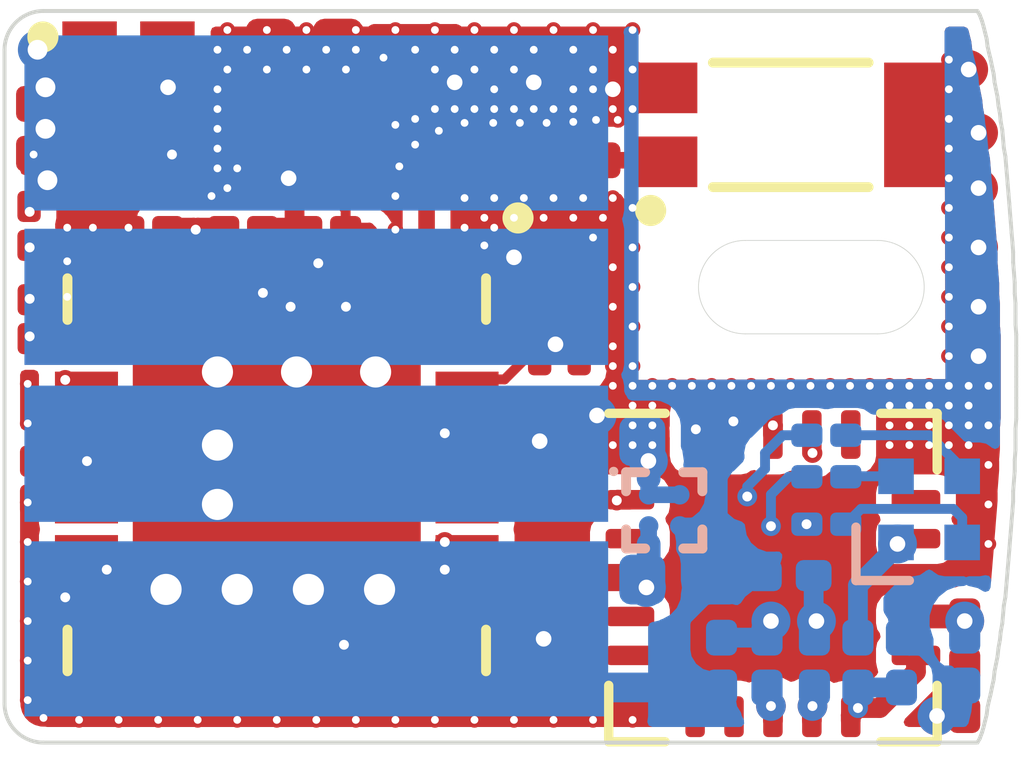
<source format=kicad_pcb>
(kicad_pcb (version 20201220) (generator pcbnew)
  (layers (0 "F.Cu" signal) (1 "In1.Cu" power "In1.Cu.GND") (2 "In2.Cu" signal "In2.Cu.SIG1") (3 "In3.Cu" signal "In3.Cu.SIG2") (4 "In4.Cu" power "In4.Cu.VDD") (31 "B.Cu" signal) (34 "B.Paste" user) (35 "F.Paste" user) (36 "B.SilkS" user "B.Silkscreen") (37 "F.SilkS" user "F.Silkscreen") (38 "B.Mask" user) (39 "F.Mask" user) (44 "Edge.Cuts" user))
  (net 0 "")
  (net 1 "Net-(U1-Pad45)")
  (net 2 "Net-(U1-Pad44)")
  (net 3 "Net-(U1-Pad42)")
  (net 4 "Net-(U1-Pad39)")
  (net 5 "Net-(U1-Pad38)")
  (net 6 "Net-(U1-Pad36)")
  (net 7 "Net-(U1-Pad35)")
  (net 8 "Net-(U1-Pad33)")
  (net 9 "Net-(U1-Pad32)")
  (net 10 "Net-(U1-Pad31)")
  (net 11 "Net-(U1-Pad30)")
  (net 12 "Net-(U1-Pad29)")
  (net 13 "Net-(U1-Pad28)")
  (net 14 "Net-(U1-Pad27)")
  (net 15 "Net-(U1-Pad26)")
  (net 16 "Net-(U1-Pad25)")
  (net 17 "Net-(U1-Pad22)")
  (net 18 "Net-(U1-Pad21)")
  (net 19 "Net-(U1-Pad20)")
  (net 20 "Net-(U1-Pad18)")
  (net 21 "Net-(U1-Pad17)")
  (net 22 "Net-(U1-Pad15)")
  (net 23 "Net-(U1-Pad14)")
  (net 24 "Net-(U1-Pad13)")
  (net 25 "Net-(U1-Pad12)")
  (net 26 "Net-(U1-Pad11)")
  (net 27 "Net-(U1-Pad10)")
  (net 28 "Net-(ANT1-PadFEED)")
  (net 29 "Net-(LED1-Pad3)")
  (net 30 "Net-(LED1-Pad4)")
  (net 31 "Net-(LED1-Pad2)")
  (net 32 "Net-(U2-Pad16)")
  (net 33 "Net-(U2-Pad15)")
  (net 34 "Net-(U2-Pad14)")
  (net 35 "Net-(U2-Pad7)")
  (net 36 "Net-(U2-Pad6)")
  (net 37 "Net-(U2-Pad5)")
  (net 38 "Net-(U2-Pad4)")
  (net 39 "Net-(U2-Pad2)")
  (net 40 "GND")
  (net 41 "Net-(C3-Pad1)")
  (net 42 "+5V")
  (net 43 "Net-(C6-Pad1)")
  (net 44 "+3V3")
  (net 45 "/USB-")
  (net 46 "/USB+")
  (net 47 "/D+")
  (net 48 "/D-")
  (net 49 "Net-(C1-Pad2)")
  (net 50 "Net-(C1-Pad1)")
  (net 51 "Net-(C13-Pad1)")
  (net 52 "Net-(C19-Pad2)")
  (net 53 "Net-(C20-Pad2)")
  (net 54 "Net-(C20-Pad1)")
  (net 55 "/IO5_B")
  (net 56 "/IO4_G")
  (net 57 "/IO27_R")
  (net 58 "/UART+")
  (net 59 "/UART-")
  (net 60 "/BOOT_DTR")
  (net 61 "/EN_RTS")
  (net 62 "Net-(C26-Pad2)")
  (footprint "Package_DFN_QFN:QFN-20-1EP_4x4mm_P0.5mm_EP2.5x2.5mm" (layer "F.Cu") (at 136.9314 99.4918)
    (fp_text reference "U2" hide)
    (fp_text value "FT231XQ" hide)
  )
  (footprint "Capacitor_SMD:C_0201_0603Metric" (layer "F.Cu") (at 139.3952 99.6696 -90)
    (fp_text reference "C4" hide)
    (fp_text value "0.22uF" hide)
  )
  (footprint "Capacitor_SMD:C_0201_0603Metric" (layer "F.Cu") (at 139.3952 100.9396 90)
    (fp_text reference "C5" hide)
    (fp_text value "4.7uF" hide)
  )
  (footprint "W3008:ANTENNA_W3008" (layer "F.Cu") (at 137.16 93.6752 180)
    (fp_text reference "ANT1" hide)
    (fp_text value "W3008" hide)
  )
  (footprint "Capacitor_SMD:C_0201_0603Metric" (layer "F.Cu") (at 127.4064 93.726 -90)
    (fp_text reference "C12" hide)
    (fp_text value "0.1uF" hide)
  )
  (footprint "ESP32-D2WD:QFN35P500X500X90-49N" (layer "F.Cu") (at 130.556 98.171 -90)
    (fp_text reference "U1" hide)
    (fp_text value "ESP32-D2WD" hide)
  )
  (footprint "Capacitor_SMD:C_0201_0603Metric" (layer "F.Cu") (at 133.8986 94.1324)
    (fp_text reference "C3" hide)
    (fp_text value "C_Small" hide)
  )
  (footprint "Capacitor_SMD:C_0201_0603Metric" (layer "F.Cu") (at 134.7724 94.449899 -90)
    (fp_text reference "C2" hide)
    (fp_text value "C_Small" hide)
  )
  (footprint "Inductor_SMD:L_0201_0603Metric" (layer "F.Cu") (at 133.032499 94.449899 -90)
    (fp_text reference "L1" hide)
    (fp_text value "L" hide)
  )
  (footprint "Capacitor_SMD:C_01005_0402Metric" (layer "F.Cu") (at 130.302 94.361)
    (fp_text reference "C14" hide)
    (fp_text value "0.22uF" hide)
  )
  (footprint "Capacitor_SMD:C_0201_0603Metric" (layer "F.Cu") (at 134.239 97.917 180)
    (fp_text reference "C15" hide)
    (fp_text value "2.2uF" hide)
  )
  (footprint "Capacitor_SMD:C_01005_0402Metric" (layer "F.Cu") (at 127.4064 98.2472 90)
    (fp_text reference "C17" hide)
    (fp_text value "0.22uF" hide)
  )
  (footprint "Capacitor_SMD:C_01005_0402Metric" (layer "F.Cu") (at 133.985 100.6602 90)
    (fp_text reference "C21" hide)
    (fp_text value "0.22uF" hide)
  )
  (footprint "Capacitor_SMD:C_0201_0603Metric" (layer "F.Cu") (at 132.207 93.0402 -135)
    (fp_text reference "C23" hide)
    (fp_text value "2.2uF" hide)
  )
  (footprint "ECS-TXO-2016-33-400-TR:OSC_ECS-TXO-2016-33-400-TR" (layer "F.Cu") (at 128.651 93.3958 -90)
    (fp_text reference "Y1" hide)
    (fp_text value "ECS-TXO-2016-33-400-TR" hide)
  )
  (footprint "Capacitor_SMD:C_01005_0402Metric" (layer "F.Cu") (at 131.5466 94.361 180)
    (fp_text reference "C26" hide)
    (fp_text value "DNP" hide)
  )
  (footprint "Inductor_SMD:L_01005_0402Metric" (layer "F.Cu") (at 131.191 94.996 180)
    (fp_text reference "L2" hide)
    (fp_text value "L" hide)
  )
  (footprint "Capacitor_SMD:C_01005_0402Metric" (layer "F.Cu") (at 128.905 94.996 180)
    (fp_text reference "C25" hide)
    (fp_text value "0.22uF" hide)
  )
  (footprint "Capacitor_SMD:C_0402_1005Metric" (layer "F.Cu") (at 131.3434 93.091 -90)
    (fp_text reference "C22" hide)
    (fp_text value "22uF" hide)
  )
  (footprint "Capacitor_SMD:C_0402_1005Metric" (layer "F.Cu") (at 130.4798 93.091 -90)
    (fp_text reference "C18" hide)
    (fp_text value "22uF" hide)
  )
  (footprint "Resistor_SMD:R_01005_0402Metric" (layer "F.Cu") (at 130.1242 94.996 180)
    (fp_text reference "R7" hide)
    (fp_text value "10K" hide)
  )
  (footprint "Capacitor_SMD:C_0201_0603Metric" (layer "F.Cu") (at 134.239 97.2566 180)
    (fp_text reference "C16" hide)
    (fp_text value "100pF" hide)
  )
  (footprint "Capacitor_SMD:C_01005_0402Metric" (layer "F.Cu") (at 127.37338 94.97314 90)
    (fp_text reference "C1" hide)
    (fp_text value "270PF" hide)
  )
  (footprint "Capacitor_SMD:C_01005_0402Metric" (layer "F.Cu") (at 127.37592 96.17202 90)
    (fp_text reference "C20" hide)
    (fp_text value "270PF" hide)
  )
  (footprint "Resistor_SMD:R_01005_0402Metric" (layer "F.Cu") (at 134.4422 96.4438 -90)
    (fp_text reference "R8" hide)
    (fp_text value "20K (5%)" hide)
  )
  (footprint "Capacitor_SMD:C_01005_0402Metric" (layer "F.Cu") (at 133.9342 96.4438 -90)
    (fp_text reference "C19" hide)
    (fp_text value "3.3nF" hide)
  )
  (footprint "Capacitor_SMD:C_01005_0402Metric" (layer "F.Cu") (at 134.4422 95.7326)
    (fp_text reference "C13" hide)
    (fp_text value "10nF" hide)
  )
  (footprint "Capacitor_SMD:C_01005_0402Metric" (layer "F.Cu") (at 134.2136 95.3262 180)
    (fp_text reference "C24" hide)
    (fp_text value "0.22uF" hide)
  )
  (footprint "bomu-usb-a-insert:USB_A_SOCKET_PCB_INSERT" (layer "B.Cu") (at 131.064 96.901)
    (fp_text reference "USB1" hide)
    (fp_text value "USB-A-INSERT" hide)
  )
  (footprint "3rd-party:BGA4C40P2X2_84X84X60N" (layer "B.Cu") (at 135.534397 98.628201 -90)
    (fp_text reference "U3" hide)
    (fp_text value "LDO" hide)
  )
  (footprint "footprints:LRTB R48G" (layer "B.Cu") (at 138.938 98.6155 -90)
    (fp_text reference "LED1" hide)
    (fp_text value "LRTB_R48G" hide)
  )
  (footprint "Capacitor_SMD:C_0201_0603Metric" (layer "B.Cu") (at 138.5824 100.584 90)
    (fp_text reference "C6" hide)
    (fp_text value "0.22uF" hide)
  )
  (footprint "Resistor_SMD:R_0201_0603Metric" (layer "B.Cu") (at 138.0236 100.584 90)
    (fp_text reference "R1" hide)
    (fp_text value "0" hide)
  )
  (footprint "Resistor_SMD:R_0201_0603Metric" (layer "B.Cu") (at 137.4648 100.584 -90)
    (fp_text reference "R2" hide)
    (fp_text value "27" hide)
  )
  (footprint "Capacitor_SMD:C_0201_0603Metric" (layer "B.Cu") (at 137.1346 99.4664)
    (fp_text reference "C7" hide)
    (fp_text value "47pF" hide)
  )
  (footprint "Capacitor_SMD:C_0201_0603Metric" (layer "B.Cu") (at 139.3952 100.5586 -90)
    (fp_text reference "C9" hide)
    (fp_text value "10nF" hide)
  )
  (footprint "Capacitor_SMD:C_0402_1005Metric" (layer "B.Cu") (at 135.737598 97.739201)
    (fp_text reference "C10" hide)
    (fp_text value "2.2uF" hide)
  )
  (footprint "Capacitor_SMD:C_0402_1005Metric" (layer "B.Cu") (at 135.7376 99.517202)
    (fp_text reference "C11" hide)
    (fp_text value "2.2uF" hide)
  )
  (footprint "Capacitor_SMD:C_0201_0603Metric" (layer "B.Cu") (at 136.271 100.584 90)
    (fp_text reference "C8" hide)
    (fp_text value "47pF" hide)
  )
  (footprint "Resistor_SMD:R_0201_0603Metric" (layer "B.Cu") (at 136.8552 100.584 90)
    (fp_text reference "R3" hide)
    (fp_text value "27" hide)
  )
  (footprint "Resistor_SMD:R_01005_0402Metric" (layer "B.Cu") (at 137.6172 98.1964)
    (fp_text reference "R4" hide)
    (fp_text value "270" hide)
  )
  (footprint "Resistor_SMD:R_01005_0402Metric" (layer "B.Cu") (at 137.6172 97.663)
    (fp_text reference "R5" hide)
    (fp_text value "270" hide)
  )
  (footprint "Resistor_SMD:R_01005_0402Metric" (layer "B.Cu") (at 137.6172 98.806)
    (fp_text reference "R6" hide)
    (fp_text value "270" hide)
  )
  (gr_line (start 140.058 97.312) (end 140.058 97.182) (layer "Edge.Cuts") (width 0.05))
  (gr_line (start 140.058 97.182) (end 140.058 97.042) (layer "Edge.Cuts") (width 0.05))
  (gr_line (start 140.058 97.452) (end 140.058 97.312) (layer "Edge.Cuts") (width 0.05))
  (gr_line (start 140.058 97.042) (end 140.058 96.912) (layer "Edge.Cuts") (width 0.05))
  (gr_line (start 140.048 97.582) (end 140.058 97.452) (layer "Edge.Cuts") (width 0.05))
  (gr_line (start 140.048 97.722) (end 140.048 97.582) (layer "Edge.Cuts") (width 0.05))
  (gr_line (start 140.048 97.852) (end 140.048 97.722) (layer "Edge.Cuts") (width 0.05))
  (gr_line (start 140.038 97.982) (end 140.048 97.852) (layer "Edge.Cuts") (width 0.05))
  (gr_line (start 140.038 98.122) (end 140.038 97.982) (layer "Edge.Cuts") (width 0.05))
  (gr_line (start 140.028 98.252) (end 140.038 98.122) (layer "Edge.Cuts") (width 0.05))
  (gr_line (start 140.018 98.382) (end 140.028 98.252) (layer "Edge.Cuts") (width 0.05))
  (gr_line (start 140.018 98.512) (end 140.018 98.382) (layer "Edge.Cuts") (width 0.05))
  (gr_line (start 140.008 98.642) (end 140.018 98.512) (layer "Edge.Cuts") (width 0.05))
  (gr_line (start 139.998 98.762) (end 140.008 98.642) (layer "Edge.Cuts") (width 0.05))
  (gr_line (start 139.988 98.892) (end 139.998 98.762) (layer "Edge.Cuts") (width 0.05))
  (gr_line (start 139.978 99.012) (end 139.988 98.892) (layer "Edge.Cuts") (width 0.05))
  (gr_line (start 139.968 99.142) (end 139.978 99.012) (layer "Edge.Cuts") (width 0.05))
  (gr_line (start 139.958 99.262) (end 139.968 99.142) (layer "Edge.Cuts") (width 0.05))
  (gr_line (start 139.948 99.382) (end 139.958 99.262) (layer "Edge.Cuts") (width 0.05))
  (gr_line (start 139.938 99.502) (end 139.948 99.382) (layer "Edge.Cuts") (width 0.05))
  (gr_line (start 139.928 99.622) (end 139.938 99.502) (layer "Edge.Cuts") (width 0.05))
  (gr_line (start 139.918 99.742) (end 139.928 99.622) (layer "Edge.Cuts") (width 0.05))
  (gr_line (start 139.898 99.852) (end 139.918 99.742) (layer "Edge.Cuts") (width 0.05))
  (gr_line (start 139.888 99.972) (end 139.898 99.852) (layer "Edge.Cuts") (width 0.05))
  (gr_line (start 139.878 100.082) (end 139.888 99.972) (layer "Edge.Cuts") (width 0.05))
  (gr_line (start 139.858 100.192) (end 139.878 100.082) (layer "Edge.Cuts") (width 0.05))
  (gr_line (start 139.848 100.292) (end 139.858 100.192) (layer "Edge.Cuts") (width 0.05))
  (gr_line (start 139.828 100.402) (end 139.848 100.292) (layer "Edge.Cuts") (width 0.05))
  (gr_line (start 139.818 100.502) (end 139.828 100.402) (layer "Edge.Cuts") (width 0.05))
  (gr_line (start 139.798 100.602) (end 139.818 100.502) (layer "Edge.Cuts") (width 0.05))
  (gr_line (start 139.778 100.702) (end 139.798 100.602) (layer "Edge.Cuts") (width 0.05))
  (gr_line (start 139.768 100.802) (end 139.778 100.702) (layer "Edge.Cuts") (width 0.05))
  (gr_line (start 139.748 100.892) (end 139.768 100.802) (layer "Edge.Cuts") (width 0.05))
  (gr_line (start 139.728 100.992) (end 139.748 100.892) (layer "Edge.Cuts") (width 0.05))
  (gr_line (start 139.708 101.072) (end 139.728 100.992) (layer "Edge.Cuts") (width 0.05))
  (gr_line (start 139.688 101.162) (end 139.708 101.072) (layer "Edge.Cuts") (width 0.05))
  (gr_line (start 139.678 101.252) (end 139.688 101.162) (layer "Edge.Cuts") (width 0.05))
  (gr_line (start 139.658 101.332) (end 139.678 101.252) (layer "Edge.Cuts") (width 0.05))
  (gr_line (start 139.638 101.412) (end 139.658 101.332) (layer "Edge.Cuts") (width 0.05))
  (gr_line (start 139.618 101.482) (end 139.638 101.412) (layer "Edge.Cuts") (width 0.05))
  (gr_line (start 139.588 101.562) (end 139.618 101.482) (layer "Edge.Cuts") (width 0.05))
  (gr_line (start 139.558 101.612) (end 139.588 101.562) (layer "Edge.Cuts") (width 0.05))
  (gr_line (start 139.588 92.262) (end 139.558 92.212) (layer "Edge.Cuts") (width 0.05))
  (gr_line (start 139.618 92.342) (end 139.588 92.262) (layer "Edge.Cuts") (width 0.05))
  (gr_line (start 139.638 92.412) (end 139.618 92.342) (layer "Edge.Cuts") (width 0.05))
  (gr_line (start 139.658 92.492) (end 139.638 92.412) (layer "Edge.Cuts") (width 0.05))
  (gr_line (start 139.678 92.572) (end 139.658 92.492) (layer "Edge.Cuts") (width 0.05))
  (gr_line (start 139.688 92.662) (end 139.678 92.572) (layer "Edge.Cuts") (width 0.05))
  (gr_line (start 139.708 92.752) (end 139.688 92.662) (layer "Edge.Cuts") (width 0.05))
  (gr_line (start 139.728 92.832) (end 139.708 92.752) (layer "Edge.Cuts") (width 0.05))
  (gr_line (start 139.748 92.932) (end 139.728 92.832) (layer "Edge.Cuts") (width 0.05))
  (gr_line (start 139.768 93.022) (end 139.748 92.932) (layer "Edge.Cuts") (width 0.05))
  (gr_line (start 139.778 93.122) (end 139.768 93.022) (layer "Edge.Cuts") (width 0.05))
  (gr_line (start 139.798 93.222) (end 139.778 93.122) (layer "Edge.Cuts") (width 0.05))
  (gr_line (start 139.818 93.322) (end 139.798 93.222) (layer "Edge.Cuts") (width 0.05))
  (gr_line (start 139.828 93.422) (end 139.818 93.322) (layer "Edge.Cuts") (width 0.05))
  (gr_line (start 139.848 93.532) (end 139.828 93.422) (layer "Edge.Cuts") (width 0.05))
  (gr_line (start 139.858 93.632) (end 139.848 93.532) (layer "Edge.Cuts") (width 0.05))
  (gr_line (start 139.878 93.742) (end 139.858 93.632) (layer "Edge.Cuts") (width 0.05))
  (gr_line (start 139.888 93.852) (end 139.878 93.742) (layer "Edge.Cuts") (width 0.05))
  (gr_line (start 139.898 93.972) (end 139.888 93.852) (layer "Edge.Cuts") (width 0.05))
  (gr_line (start 139.918 94.082) (end 139.898 93.972) (layer "Edge.Cuts") (width 0.05))
  (gr_line (start 139.928 94.202) (end 139.918 94.082) (layer "Edge.Cuts") (width 0.05))
  (gr_line (start 139.938 94.322) (end 139.928 94.202) (layer "Edge.Cuts") (width 0.05))
  (gr_line (start 139.948 94.442) (end 139.938 94.322) (layer "Edge.Cuts") (width 0.05))
  (gr_line (start 139.958 94.562) (end 139.948 94.442) (layer "Edge.Cuts") (width 0.05))
  (gr_line (start 139.968 94.682) (end 139.958 94.562) (layer "Edge.Cuts") (width 0.05))
  (gr_line (start 139.978 94.812) (end 139.968 94.682) (layer "Edge.Cuts") (width 0.05))
  (gr_line (start 139.988 94.932) (end 139.978 94.812) (layer "Edge.Cuts") (width 0.05))
  (gr_line (start 139.998 95.062) (end 139.988 94.932) (layer "Edge.Cuts") (width 0.05))
  (gr_line (start 140.008 95.182) (end 139.998 95.062) (layer "Edge.Cuts") (width 0.05))
  (gr_line (start 140.018 95.312) (end 140.008 95.182) (layer "Edge.Cuts") (width 0.05))
  (gr_line (start 140.018 95.442) (end 140.018 95.312) (layer "Edge.Cuts") (width 0.05))
  (gr_line (start 140.028 95.572) (end 140.018 95.442) (layer "Edge.Cuts") (width 0.05))
  (gr_line (start 140.038 95.702) (end 140.028 95.572) (layer "Edge.Cuts") (width 0.05))
  (gr_line (start 140.038 95.842) (end 140.038 95.702) (layer "Edge.Cuts") (width 0.05))
  (gr_line (start 140.048 95.972) (end 140.038 95.842) (layer "Edge.Cuts") (width 0.05))
  (gr_line (start 140.048 96.102) (end 140.048 95.972) (layer "Edge.Cuts") (width 0.05))
  (gr_line (start 140.048 96.242) (end 140.048 96.102) (layer "Edge.Cuts") (width 0.05))
  (gr_line (start 140.058 96.372) (end 140.048 96.242) (layer "Edge.Cuts") (width 0.05))
  (gr_line (start 140.058 96.512) (end 140.058 96.372) (layer "Edge.Cuts") (width 0.05))
  (gr_line (start 140.058 96.642) (end 140.058 96.512) (layer "Edge.Cuts") (width 0.05))
  (gr_line (start 140.058 96.782) (end 140.058 96.642) (layer "Edge.Cuts") (width 0.05))
  (gr_line (start 140.058 96.912) (end 140.058 96.782) (layer "Edge.Cuts") (width 0.05))
  (gr_line (start 127.558 101.612) (end 138.533 101.612) (layer "Edge.Cuts") (width 0.05))
  (gr_line (start 139.558 92.212001) (end 127.558 92.212) (layer "Edge.Cuts") (width 0.05))
  (gr_line (start 127.058 92.712) (end 127.058 101.112) (layer "Edge.Cuts") (width 0.05))
  (gr_arc (start 127.558 101.112) (end 127.558 101.612) (angle 90) (layer "Edge.Cuts") (width 0.05))
  (gr_arc (start 127.558 92.712) (end 127.058 92.712) (angle 90) (layer "Edge.Cuts") (width 0.05))
  (gr_line (start 138.533 101.612) (end 139.558 101.612) (layer "Edge.Cuts") (width 0.05))
  (gr_line (start 136.575 96.360199) (end 138.275 96.360201) (layer "Edge.Cuts") (width 0.01))
  (gr_line (start 136.575 95.1602) (end 138.275 95.160199) (layer "Edge.Cuts") (width 0.01))
  (gr_arc (start 136.575 95.760201) (end 136.575 96.360199) (angle 180) (layer "Edge.Cuts") (width 0.01))
  (gr_arc (start 138.275001 95.7602) (end 138.275 96.360201) (angle -180) (layer "Edge.Cuts") (width 0.01))
  (segment (start 129.2098 94.0562) (end 129.1614 94.0562) (width 0.127) (layer "F.Cu") (net 1))
  (segment (start 129.1614 94.0562) (end 129.151 94.0458) (width 0.127) (layer "F.Cu") (net 1))
  (segment (start 133.001 97.646) (end 132.7234 97.646) (width 0.127) (layer "F.Cu") (net 1))
  (segment (start 132.7234 97.646) (end 132.715 97.6376) (width 0.127) (layer "F.Cu") (net 1))
  (via blind (at 129.2098 94.0562) (size 0.254) (drill 0.127) (layers "F.Cu" "In3.Cu") (net 1))
  (via blind (at 132.715 97.6376) (size 0.254) (drill 0.127) (layers "F.Cu" "In3.Cu") (net 1))
  (segment (start 135.539699 94.129899) (end 135.56 94.1502) (width 0.213) (layer "F.Cu") (net 28))
  (segment (start 134.2186 94.1324) (end 134.769899 94.1324) (width 0.213) (layer "F.Cu") (net 28))
  (segment (start 134.769899 94.1324) (end 134.7724 94.129899) (width 0.213) (layer "F.Cu") (net 28))
  (segment (start 134.7724 94.129899) (end 135.539699 94.129899) (width 0.213) (layer "F.Cu") (net 28))
  (segment (start 138.938 97.663) (end 137.8672 97.663) (width 0.127) (layer "B.Cu") (net 29))
  (segment (start 139.363 98.1905) (end 139.363 98.088) (width 0.127) (layer "B.Cu") (net 29))
  (segment (start 139.363 98.088) (end 138.938 97.663) (width 0.127) (layer "B.Cu") (net 29))
  (segment (start 138.513 98.1905) (end 137.8731 98.1905) (width 0.127) (layer "B.Cu") (net 30))
  (segment (start 137.8731 98.1905) (end 137.8672 98.1964) (width 0.127) (layer "B.Cu") (net 30))
  (segment (start 138.063599 98.609601) (end 137.8672 98.806) (width 0.127) (layer "B.Cu") (net 31))
  (segment (start 139.249601 98.609601) (end 138.063599 98.609601) (width 0.127) (layer "B.Cu") (net 31))
  (segment (start 139.363 99.0405) (end 139.363 98.723) (width 0.127) (layer "B.Cu") (net 31))
  (segment (start 139.363 98.723) (end 139.249601 98.609601) (width 0.127) (layer "B.Cu") (net 31))
  (segment (start 134.8486 97.2566) (end 134.9756 97.1296) (width 0.305) (layer "F.Cu") (net 40))
  (segment (start 135.3642 93.2002) (end 135.128 92.964) (width 0.254) (layer "F.Cu") (net 40))
  (segment (start 133.1316 94.869) (end 133.032499 94.769899) (width 0.305) (layer "F.Cu") (net 40))
  (segment (start 138.76 93.6752) (end 139.1158 93.6752) (width 0.508) (layer "F.Cu") (net 40))
  (segment (start 139.0396 101.2698) (end 139.377122 101.2698) (width 0.254) (layer "F.Cu") (net 40))
  (segment (start 132.534874 92.813926) (end 132.842 92.5068) (width 0.254) (layer "F.Cu") (net 40))
  (segment (start 134.5438 94.869) (end 134.2136 94.869) (width 0.305) (layer "F.Cu") (net 40))
  (segment (start 134.2136 94.869) (end 133.1316 94.869) (width 0.305) (layer "F.Cu") (net 40))
  (segment (start 134.4636 94.9492) (end 134.5438 94.869) (width 0.305) (layer "F.Cu") (net 40))
  (segment (start 139.1158 93.6752) (end 139.192 93.599) (width 0.508) (layer "F.Cu") (net 40))
  (segment (start 130.9624 98.5774) (end 130.556 98.171) (width 0.508) (layer "F.Cu") (net 40))
  (segment (start 132.842 92.5068) (end 132.5118 92.5068) (width 0.254) (layer "F.Cu") (net 40))
  (segment (start 134.747 94.869) (end 134.5438 94.869) (width 0.305) (layer "F.Cu") (net 40))
  (segment (start 129.8448 94.1832) (end 129.8448 93.241) (width 0.254) (layer "F.Cu") (net 40))
  (segment (start 128.524 94.996) (end 128.151 94.623) (width 0.254) (layer "F.Cu") (net 40))
  (segment (start 130.052 94.361) (end 129.9464 94.361) (width 0.254) (layer "F.Cu") (net 40))
  (segment (start 132.433274 92.585326) (end 132.5118 92.5068) (width 0.254) (layer "F.Cu") (net 40))
  (segment (start 127.4066 94.0458) (end 127.4064 94.046) (width 0.254) (layer "F.Cu") (net 40))
  (segment (start 134.4636 95.3262) (end 134.4636 94.9492) (width 0.305) (layer "F.Cu") (net 40))
  (segment (start 128.655 94.996) (end 128.524 94.996) (width 0.254) (layer "F.Cu") (net 40))
  (segment (start 134.559 97.917) (end 134.559 97.2566) (width 0.305) (layer "F.Cu") (net 40))
  (segment (start 132.334 93.599) (end 132.3721 93.599) (width 0.254) (layer "F.Cu") (net 40))
  (segment (start 132.5118 92.5068) (end 131.8212 92.5068) (width 0.254) (layer "F.Cu") (net 40))
  (segment (start 135.128 92.964) (end 134.0231 92.964) (width 0.254) (layer "F.Cu") (net 40))
  (segment (start 132.334 93.8276) (end 132.334 93.599) (width 0.254) (layer "F.Cu") (net 40))
  (segment (start 134.6922 95.7326) (end 134.6922 95.4318) (width 0.305) (layer "F.Cu") (net 40))
  (segment (start 131.722 92.606) (end 131.3434 92.606) (width 0.254) (layer "F.Cu") (net 40))
  (segment (start 129.8448 93.241) (end 130.4798 92.606) (width 0.254) (layer "F.Cu") (net 40))
  (segment (start 132.3721 93.599) (end 132.842 93.1291) (width 0.254) (layer "F.Cu") (net 40))
  (segment (start 132.842 93.1291) (end 132.842 92.5068) (width 0.254) (layer "F.Cu") (net 40))
  (segment (start 134.9756 95.8342) (end 134.7938 95.8342) (width 0.305) (layer "F.Cu") (net 40))
  (segment (start 134.6922 95.4318) (end 134.5866 95.3262) (width 0.305) (layer "F.Cu") (net 40))
  (segment (start 134.7938 95.8342) (end 134.6922 95.7326) (width 0.305) (layer "F.Cu") (net 40))
  (segment (start 133.858 93.1291) (end 132.842 93.1291) (width 0.254) (layer "F.Cu") (net 40))
  (segment (start 131.3434 92.606) (end 130.4798 92.606) (width 0.254) (layer "F.Cu") (net 40))
  (segment (start 130.9624 99.6442) (end 130.9624 98.5774) (width 0.508) (layer "F.Cu") (net 40))
  (segment (start 131.7966 94.361) (end 131.8006 94.361) (width 0.254) (layer "F.Cu") (net 40))
  (segment (start 139.253 99.4918) (end 139.3952 99.3496) (width 0.254) (layer "F.Cu") (net 40))
  (segment (start 134.9756 97.1296) (end 134.9756 95.8342) (width 0.305) (layer "F.Cu") (net 40))
  (segment (start 138.7689 99.4918) (end 139.253 99.4918) (width 0.254) (layer "F.Cu") (net 40))
  (segment (start 134.5866 95.3262) (end 134.4636 95.3262) (width 0.305) (layer "F.Cu") (net 40))
  (segment (start 131.8006 94.361) (end 132.334 93.8276) (width 0.254) (layer "F.Cu") (net 40))
  (segment (start 134.559 97.2566) (end 134.8486 97.2566) (width 0.305) (layer "F.Cu") (net 40))
  (segment (start 127.3556 94.0968) (end 127.4064 94.046) (width 0.254) (layer "F.Cu") (net 40))
  (segment (start 128.2272 94.1658) (end 128.1074 94.046) (width 0.254) (layer "F.Cu") (net 40))
  (segment (start 135.56 93.2002) (end 135.3642 93.2002) (width 0.254) (layer "F.Cu") (net 40))
  (segment (start 128.151 94.0458) (end 127.4066 94.0458) (width 0.254) (layer "F.Cu") (net 40))
  (segment (start 132.433274 92.813926) (end 132.433274 92.585326) (width 0.254) (layer "F.Cu") (net 40))
  (segment (start 134.0231 92.964) (end 133.858 93.1291) (width 0.254) (layer "F.Cu") (net 40))
  (segment (start 132.433274 92.813926) (end 132.534874 92.813926) (width 0.254) (layer "F.Cu") (net 40))
  (segment (start 139.377122 101.2698) (end 139.388897 101.258025) (width 0.254) (layer "F.Cu") (net 40))
  (segment (start 131.8212 92.5068) (end 131.722 92.606) (width 0.254) (layer "F.Cu") (net 40))
  (segment (start 128.151 94.623) (end 128.151 94.0458) (width 0.254) (layer "F.Cu") (net 40))
  (segment (start 130.0226 94.361) (end 129.8448 94.1832) (width 0.254) (layer "F.Cu") (net 40))
  (segment (start 130.052 94.361) (end 130.0226 94.361) (width 0.254) (layer "F.Cu") (net 40))
  (via (at 130.048 99.6442) (size 0.8) (drill 0.4) (layers "F.Cu" "B.Cu") (net 40))
  (via (at 130.9624 99.6442) (size 0.8) (drill 0.4) (layers "F.Cu" "B.Cu") (net 40))
  (via blind (at 131.826 96.8502) (size 0.8) (drill 0.4) (layers "F.Cu" "In1.Cu") (net 40))
  (via blind (at 129.794 96.8502) (size 0.8) (drill 0.4) (layers "F.Cu" "In1.Cu") (net 40))
  (via blind (at 129.794 97.79) (size 0.8) (drill 0.4) (layers "F.Cu" "In1.Cu") (net 40))
  (via blind (at 130.81 96.8502) (size 0.8) (drill 0.4) (layers "F.Cu" "In1.Cu") (net 40))
  (via blind (at 129.794 98.552) (size 0.8) (drill 0.4) (layers "F.Cu" "In1.Cu") (net 40))
  (via micro (at 135.128 92.964) (size 0.2) (drill 0.1) (layers "F.Cu" "In1.Cu") (net 40))
  (via micro (at 135.128 93.472) (size 0.2) (drill 0.1) (layers "F.Cu" "In1.Cu") (net 40))
  (via micro (at 135.128 94.742) (size 0.2) (drill 0.1) (layers "F.Cu" "In1.Cu") (net 40))
  (via micro (at 135.128 95.25) (size 0.2) (drill 0.1) (layers "F.Cu" "In1.Cu") (net 40))
  (via micro (at 135.128 95.758) (size 0.2) (drill 0.1) (layers "F.Cu" "In1.Cu") (net 40))
  (via micro (at 135.128 96.266) (size 0.2) (drill 0.1) (layers "F.Cu" "In1.Cu") (net 40))
  (via micro (at 135.128 96.774) (size 0.2) (drill 0.1) (layers "F.Cu" "In1.Cu") (net 40))
  (via micro (at 135.128 97.028) (size 0.2) (drill 0.1) (layers "F.Cu" "In1.Cu") (net 40))
  (via micro (at 135.382 97.028) (size 0.2) (drill 0.1) (layers "F.Cu" "In1.Cu") (net 40))
  (via micro (at 135.89 97.028) (size 0.2) (drill 0.1) (layers "F.Cu" "In1.Cu") (net 40))
  (via micro (at 136.398 97.028) (size 0.2) (drill 0.1) (layers "F.Cu" "In1.Cu") (net 40))
  (via micro (at 136.906 97.028) (size 0.2) (drill 0.1) (layers "F.Cu" "In1.Cu") (net 40))
  (via micro (at 137.414 97.028) (size 0.2) (drill 0.1) (layers "F.Cu" "In1.Cu") (net 40))
  (via micro (at 137.922 97.028) (size 0.2) (drill 0.1) (layers "F.Cu" "In1.Cu") (net 40))
  (via micro (at 138.43 97.028) (size 0.2) (drill 0.1) (layers "F.Cu" "In1.Cu") (net 40))
  (via micro (at 138.938 97.028) (size 0.2) (drill 0.1) (layers "F.Cu" "In1.Cu") (net 40))
  (via micro (at 139.7 97.028) (size 0.2) (drill 0.1) (layers "F.Cu" "In1.Cu") (net 40))
  (via micro (at 134.62 92.456) (size 0.2) (drill 0.1) (layers "F.Cu" "In1.Cu") (net 40))
  (via micro (at 134.112 92.456) (size 0.2) (drill 0.1) (layers "F.Cu" "In1.Cu") (net 40))
  (via micro (at 133.604 92.456) (size 0.2) (drill 0.1) (layers "F.Cu" "In1.Cu") (net 40))
  (via micro (at 133.096 92.456) (size 0.2) (drill 0.1) (layers "F.Cu" "In1.Cu") (net 40))
  (via micro (at 132.588 92.456) (size 0.2) (drill 0.1) (layers "F.Cu" "In1.Cu") (net 40))
  (via micro (at 132.08 92.456) (size 0.2) (drill 0.1) (layers "F.Cu" "In1.Cu") (net 40))
  (via micro (at 131.9276 92.8116) (size 0.2) (drill 0.1) (layers "F.Cu" "In1.Cu") (net 40))
  (via micro (at 127.3556 97.0026) (size 0.2) (drill 0.1) (layers "F.Cu" "In1.Cu") (net 40))
  (via micro (at 127.3556 97.5106) (size 0.2) (drill 0.1) (layers "F.Cu" "In1.Cu") (net 40))
  (via micro (at 127.3556 98.5266) (size 0.2) (drill 0.1) (layers "F.Cu" "In1.Cu") (net 40))
  (via micro (at 127.3556 99.0346) (size 0.2) (drill 0.1) (layers "F.Cu" "In1.Cu") (net 40))
  (via micro (at 127.3556 99.5426) (size 0.2) (drill 0.1) (layers "F.Cu" "In1.Cu") (net 40))
  (via micro (at 127.3556 100.0506) (size 0.2) (drill 0.1) (layers "F.Cu" "In1.Cu") (net 40))
  (via micro (at 127.3556 100.5586) (size 0.2) (drill 0.1) (layers "F.Cu" "In1.Cu") (net 40))
  (via micro (at 127.3556 101.0666) (size 0.2) (drill 0.1) (layers "F.Cu" "In1.Cu") (net 40))
  (via micro (at 127.5588 101.2952) (size 0.2) (drill 0.1) (layers "F.Cu" "In1.Cu") (net 40))
  (via micro (at 128.016 101.3206) (size 0.2) (drill 0.1) (layers "F.Cu" "In1.Cu") (net 40))
  (via micro (at 128.524 101.3206) (size 0.2) (drill 0.1) (layers "F.Cu" "In1.Cu") (net 40))
  (via micro (at 129.032 101.3206) (size 0.2) (drill 0.1) (layers "F.Cu" "In1.Cu") (net 40))
  (via micro (at 129.54 101.3206) (size 0.2) (drill 0.1) (layers "F.Cu" "In1.Cu") (net 40))
  (via micro (at 132.08 95.0214) (size 0.2) (drill 0.1) (layers "F.Cu" "In1.Cu") (net 40))
  (via micro (at 132.08 94.5896) (size 0.2) (drill 0.1) (layers "F.Cu" "In1.Cu") (net 40))
  (via micro (at 132.1308 94.2086) (size 0.2) (drill 0.1) (layers "F.Cu" "In1.Cu") (net 40))
  (via micro (at 132.334 93.9292) (size 0.2) (drill 0.1) (layers "F.Cu" "In1.Cu") (net 40))
  (via micro (at 132.6388 93.7514) (size 0.2) (drill 0.1) (layers "F.Cu" "In1.Cu") (net 40))
  (via micro (at 134.9375 93.6117) (size 0.2) (drill 0.1) (layers "F.Cu" "In1.Cu") (net 40))
  (via micro (at 132.969 94.996) (size 0.2) (drill 0.1) (layers "F.Cu" "In1.Cu") (net 40))
  (via micro (at 133.731 94.615) (size 0.2) (drill 0.1) (layers "F.Cu" "In1.Cu") (net 40))
  (via micro (at 134.112 94.615) (size 0.2) (drill 0.1) (layers "F.Cu" "In1.Cu") (net 40))
  (via micro (at 134.493 94.615) (size 0.2) (drill 0.1) (layers "F.Cu" "In1.Cu") (net 40))
  (via micro (at 134.874 94.615) (size 0.2) (drill 0.1) (layers "F.Cu" "In1.Cu") (net 40))
  (via micro (at 139.192 97.028) (size 0.2) (drill 0.1) (layers "F.Cu" "In1.Cu") (net 40))
  (via micro (at 139.192 96.647) (size 0.2) (drill 0.1) (layers "F.Cu" "In1.Cu") (net 40))
  (via micro (at 139.192 96.266) (size 0.2) (drill 0.1) (layers "F.Cu" "In1.Cu") (net 40))
  (via micro (at 139.192 95.885) (size 0.2) (drill 0.1) (layers "F.Cu" "In1.Cu") (net 40))
  (via micro (at 139.192 95.504) (size 0.2) (drill 0.1) (layers "F.Cu" "In1.Cu") (net 40))
  (via micro (at 139.192 95.123) (size 0.2) (drill 0.1) (layers "F.Cu" "In1.Cu") (net 40))
  (via micro (at 139.192 94.742) (size 0.2) (drill 0.1) (layers "F.Cu" "In1.Cu") (net 40))
  (via micro (at 139.192 94.361) (size 0.2) (drill 0.1) (layers "F.Cu" "In1.Cu") (net 40))
  (via micro (at 139.192 93.98) (size 0.2) (drill 0.1) (layers "F.Cu" "In1.Cu") (net 40))
  (via micro (at 139.192 93.599) (size 0.2) (drill 0.1) (layers "F.Cu" "In1.Cu") (net 40))
  (via micro (at 139.192 93.218) (size 0.2) (drill 0.1) (layers "F.Cu" "In1.Cu") (net 40))
  (via micro (at 139.192 92.837) (size 0.2) (drill 0.1) (layers "F.Cu" "In1.Cu") (net 40))
  (via blind (at 139.573 94.488) (size 0.5) (drill 0.2) (layers "F.Cu" "In1.Cu") (net 40))
  (via blind (at 139.573 95.25) (size 0.5) (drill 0.2) (layers "F.Cu" "In1.Cu") (net 40))
  (via blind (at 139.573 96.012) (size 0.5) (drill 0.2) (layers "F.Cu" "In1.Cu") (net 40))
  (via blind (at 139.573 96.647) (size 0.5) (drill 0.2) (layers "F.Cu" "In1.Cu") (net 40))
  (via blind (at 139.446 92.964) (size 0.5) (drill 0.2) (layers "F.Cu" "In1.Cu") (net 40))
  (via blind (at 134.874 93.218) (size 0.5) (drill 0.2) (layers "F.Cu" "In1.Cu") (net 40))
  (via micro (at 130.048 101.3206) (size 0.2) (drill 0.1) (layers "F.Cu" "In1.Cu") (net 40))
  (via micro (at 130.556 101.3206) (size 0.2) (drill 0.1) (layers "F.Cu" "In1.Cu") (net 40))
  (via micro (at 131.064 101.3206) (size 0.2) (drill 0.1) (layers "F.Cu" "In1.Cu") (net 40))
  (via micro (at 131.572 101.3206) (size 0.2) (drill 0.1) (layers "F.Cu" "In1.Cu") (net 40))
  (via micro (at 132.08 101.3206) (size 0.2) (drill 0.1) (layers "F.Cu" "In1.Cu") (net 40))
  (via micro (at 132.588 101.3206) (size 0.2) (drill 0.1) (layers "F.Cu" "In1.Cu") (net 40))
  (via micro (at 133.096 101.3206) (size 0.2) (drill 0.1) (layers "F.Cu" "In1.Cu") (net 40))
  (via micro (at 133.604 101.3206) (size 0.2) (drill 0.1) (layers "F.Cu" "In1.Cu") (net 40))
  (via micro (at 134.112 101.3206) (size 0.2) (drill 0.1) (layers "F.Cu" "In1.Cu") (net 40))
  (via micro (at 134.62 101.3206) (size 0.2) (drill 0.1) (layers "F.Cu" "In1.Cu") (net 40))
  (via micro (at 135.128 101.3206) (size 0.2) (drill 0.1) (layers "F.Cu" "In1.Cu") (net 40))
  (via micro (at 139.7 97.536) (size 0.2) (drill 0.1) (layers "F.Cu" "In1.Cu") (net 40))
  (via micro (at 139.7 98.044) (size 0.2) (drill 0.1) (layers "F.Cu" "In1.Cu") (net 40))
  (via micro (at 139.7 98.552) (size 0.2) (drill 0.1) (layers "F.Cu" "In1.Cu") (net 40))
  (via micro (at 139.7 99.06) (size 0.2) (drill 0.1) (layers "F.Cu" "In1.Cu") (net 40))
  (via micro (at 132.969 93.6498) (size 0.2) (drill 0.1) (layers "F.Cu" "In1.Cu") (net 40))
  (via micro (at 134.6581 93.6117) (size 0.2) (drill 0.1) (layers "F.Cu" "In1.Cu") (net 40))
  (via micro (at 133.3373 93.6498) (size 0.2) (drill 0.1) (layers "F.Cu" "In1.Cu") (net 40))
  (via micro (at 133.6802 93.6498) (size 0.2) (drill 0.1) (layers "F.Cu" "In1.Cu") (net 40))
  (via micro (at 134.0231 93.6498) (size 0.2) (drill 0.1) (layers "F.Cu" "In1.Cu") (net 40))
  (via micro (at 134.366 93.6371) (size 0.2) (drill 0.1) (layers "F.Cu" "In1.Cu") (net 40))
  (via blind (at 133.858 93.1291) (size 0.5) (drill 0.2) (layers "F.Cu" "In1.Cu") (net 40))
  (via blind (at 132.842 93.1291) (size 0.5) (drill 0.2) (layers "F.Cu" "In1.Cu") (net 40))
  (via micro (at 132.08 93.6752) (size 0.2) (drill 0.1) (layers "F.Cu" "In1.Cu") (net 40))
  (via micro (at 132.588 93.472) (size 0.2) (drill 0.1) (layers "F.Cu" "In1.Cu") (net 40))
  (via micro (at 132.334 93.599) (size 0.2) (drill 0.1) (layers "F.Cu" "In1.Cu") (net 40))
  (via micro (at 132.334 92.71) (size 0.2) (drill 0.1) (layers "F.Cu" "In1.Cu") (net 40))
  (via micro (at 132.842 92.71) (size 0.2) (drill 0.1) (layers "F.Cu" "In1.Cu") (net 40))
  (via micro (at 132.588 92.964) (size 0.2) (drill 0.1) (layers "F.Cu" "In1.Cu") (net 40))
  (via micro (at 133.096 92.964) (size 0.2) (drill 0.1) (layers "F.Cu" "In1.Cu") (net 40))
  (via micro (at 132.842 93.472) (size 0.2) (drill 0.1) (layers "F.Cu" "In1.Cu") (net 40))
  (via micro (at 133.35 93.218) (size 0.2) (drill 0.1) (layers "F.Cu" "In1.Cu") (net 40))
  (via micro (at 133.096 93.472) (size 0.2) (drill 0.1) (layers "F.Cu" "In1.Cu") (net 40))
  (via micro (at 133.604 92.964) (size 0.2) (drill 0.1) (layers "F.Cu" "In1.Cu") (net 40))
  (via micro (at 133.35 92.71) (size 0.2) (drill 0.1) (layers "F.Cu" "In1.Cu") (net 40))
  (via micro (at 133.858 92.71) (size 0.2) (drill 0.1) (layers "F.Cu" "In1.Cu") (net 40))
  (via micro (at 134.366 92.71) (size 0.2) (drill 0.1) (layers "F.Cu" "In1.Cu") (net 40))
  (via micro (at 134.874 92.71) (size 0.2) (drill 0.1) (layers "F.Cu" "In1.Cu") (net 40))
  (via micro (at 134.62 92.964) (size 0.2) (drill 0.1) (layers "F.Cu" "In1.Cu") (net 40))
  (via micro (at 134.366 93.218) (size 0.2) (drill 0.1) (layers "F.Cu" "In1.Cu") (net 40))
  (via micro (at 134.112 93.472) (size 0.2) (drill 0.1) (layers "F.Cu" "In1.Cu") (net 40))
  (via micro (at 133.604 93.472) (size 0.2) (drill 0.1) (layers "F.Cu" "In1.Cu") (net 40))
  (via micro (at 133.35 93.472) (size 0.2) (drill 0.1) (layers "F.Cu" "In1.Cu") (net 40))
  (via micro (at 133.858 93.472) (size 0.2) (drill 0.1) (layers "F.Cu" "In1.Cu") (net 40))
  (via micro (at 134.366 93.472) (size 0.2) (drill 0.1) (layers "F.Cu" "In1.Cu") (net 40))
  (via micro (at 134.874 93.472) (size 0.2) (drill 0.1) (layers "F.Cu" "In1.Cu") (net 40))
  (via micro (at 134.62 93.218) (size 0.2) (drill 0.1) (layers "F.Cu" "In1.Cu") (net 40))
  (via micro (at 132.969 94.615) (size 0.2) (drill 0.1) (layers "F.Cu" "In1.Cu") (net 40))
  (via micro (at 133.35 94.615) (size 0.2) (drill 0.1) (layers "F.Cu" "In1.Cu") (net 40))
  (via micro (at 133.223 94.869) (size 0.2) (drill 0.1) (layers "F.Cu" "In1.Cu") (net 40))
  (via micro (at 133.604 94.869) (size 0.2) (drill 0.1) (layers "F.Cu" "In1.Cu") (net 40))
  (via micro (at 133.985 94.869) (size 0.2) (drill 0.1) (layers "F.Cu" "In1.Cu") (net 40))
  (via micro (at 134.366 94.869) (size 0.2) (drill 0.1) (layers "F.Cu" "In1.Cu") (net 40))
  (via micro (at 134.747 94.869) (size 0.2) (drill 0.1) (layers "F.Cu" "In1.Cu") (net 40))
  (via micro (at 134.62 95.123) (size 0.2) (drill 0.1) (layers "F.Cu" "In1.Cu") (net 40))
  (via micro (at 134.874 95.504) (size 0.2) (drill 0.1) (layers "F.Cu" "In1.Cu") (net 40))
  (via micro (at 134.874 96.012) (size 0.2) (drill 0.1) (layers "F.Cu" "In1.Cu") (net 40))
  (via micro (at 135.636 97.028) (size 0.2) (drill 0.1) (layers "F.Cu" "In1.Cu") (net 40))
  (via micro (at 136.144 97.028) (size 0.2) (drill 0.1) (layers "F.Cu" "In1.Cu") (net 40))
  (via micro (at 136.652 97.028) (size 0.2) (drill 0.1) (layers "F.Cu" "In1.Cu") (net 40))
  (via micro (at 137.16 97.028) (size 0.2) (drill 0.1) (layers "F.Cu" "In1.Cu") (net 40))
  (via micro (at 137.668 97.028) (size 0.2) (drill 0.1) (layers "F.Cu" "In1.Cu") (net 40))
  (via micro (at 138.176 97.028) (size 0.2) (drill 0.1) (layers "F.Cu" "In1.Cu") (net 40))
  (via micro (at 138.684 97.028) (size 0.2) (drill 0.1) (layers "F.Cu" "In1.Cu") (net 40))
  (via micro (at 138.684 97.282) (size 0.2) (drill 0.1) (layers "F.Cu" "In1.Cu") (net 40))
  (via micro (at 138.684 97.536) (size 0.2) (drill 0.1) (layers "F.Cu" "In1.Cu") (net 40))
  (via micro (at 138.938 97.536) (size 0.2) (drill 0.1) (layers "F.Cu" "In1.Cu") (net 40))
  (via micro (at 138.938 97.282) (size 0.2) (drill 0.1) (layers "F.Cu" "In1.Cu") (net 40))
  (via micro (at 139.192 97.282) (size 0.2) (drill 0.1) (layers "F.Cu" "In1.Cu") (net 40))
  (via micro (at 139.192 97.536) (size 0.2) (drill 0.1) (layers "F.Cu" "In1.Cu") (net 40))
  (via micro (at 139.446 97.536) (size 0.2) (drill 0.1) (layers "F.Cu" "In1.Cu") (net 40))
  (via micro (at 139.446 97.282) (size 0.2) (drill 0.1) (layers "F.Cu" "In1.Cu") (net 40))
  (via micro (at 139.446 97.028) (size 0.2) (drill 0.1) (layers "F.Cu" "In1.Cu") (net 40))
  (via micro (at 138.684 97.79) (size 0.2) (drill 0.1) (layers "F.Cu" "In1.Cu") (net 40))
  (via micro (at 138.938 97.79) (size 0.2) (drill 0.1) (layers "F.Cu" "In1.Cu") (net 40))
  (via micro (at 139.192 97.79) (size 0.2) (drill 0.1) (layers "F.Cu" "In1.Cu") (net 40))
  (via micro (at 139.446 97.79) (size 0.2) (drill 0.1) (layers "F.Cu" "In1.Cu") (net 40))
  (via micro (at 138.43 97.79) (size 0.2) (drill 0.1) (layers "F.Cu" "In1.Cu") (net 40))
  (via micro (at 138.43 97.536) (size 0.2) (drill 0.1) (layers "F.Cu" "In1.Cu") (net 40))
  (via micro (at 138.43 97.282) (size 0.2) (drill 0.1) (layers "F.Cu" "In1.Cu") (net 40))
  (via micro (at 135.382 97.282) (size 0.2) (drill 0.1) (layers "F.Cu" "In1.Cu") (net 40))
  (via micro (at 135.128 97.282) (size 0.2) (drill 0.1) (layers "F.Cu" "In1.Cu") (net 40))
  (via micro (at 135.128 97.536) (size 0.2) (drill 0.1) (layers "F.Cu" "In1.Cu") (net 40))
  (via micro (at 135.382 97.536) (size 0.2) (drill 0.1) (layers "F.Cu" "In1.Cu") (net 40))
  (via micro (at 135.382 97.79) (size 0.2) (drill 0.1) (layers "F.Cu" "In1.Cu") (net 40))
  (via micro (at 135.128 97.79) (size 0.2) (drill 0.1) (layers "F.Cu" "In1.Cu") (net 40))
  (via micro (at 134.874 97.79) (size 0.2) (drill 0.1) (layers "F.Cu" "In1.Cu") (net 40))
  (via micro (at 134.874 97.028) (size 0.2) (drill 0.1) (layers "F.Cu" "In1.Cu") (net 40))
  (via micro (at 134.874 96.774) (size 0.2) (drill 0.1) (layers "F.Cu" "In1.Cu") (net 40))
  (via micro (at 134.874 96.52) (size 0.2) (drill 0.1) (layers "F.Cu" "In1.Cu") (net 40))
  (via micro (at 133.223 95.2246) (size 0.2) (drill 0.1) (layers "F.Cu" "In1.Cu") (net 40))
  (via micro (at 133.35 94.996) (size 0.2) (drill 0.1) (layers "F.Cu" "In1.Cu") (net 40))
  (via micro (at 131.572 92.456) (size 0.2) (drill 0.1) (layers "F.Cu" "In1.Cu") (net 40))
  (via micro (at 130.937 92.456) (size 0.2) (drill 0.1) (layers "F.Cu" "In1.Cu") (net 40))
  (via micro (at 130.429 92.456) (size 0.2) (drill 0.1) (layers "F.Cu" "In1.Cu") (net 40))
  (via micro (at 129.921 92.456) (size 0.2) (drill 0.1) (layers "F.Cu" "In1.Cu") (net 40))
  (via micro (at 129.921 92.964) (size 0.2) (drill 0.1) (layers "F.Cu" "In1.Cu") (net 40))
  (via micro (at 129.794 93.472) (size 0.2) (drill 0.1) (layers "F.Cu" "In1.Cu") (net 40))
  (via micro (at 129.794 93.218) (size 0.2) (drill 0.1) (layers "F.Cu" "In1.Cu") (net 40))
  (via micro (at 129.794 92.71) (size 0.2) (drill 0.1) (layers "F.Cu" "In1.Cu") (net 40))
  (via micro (at 129.794 93.726) (size 0.2) (drill 0.1) (layers "F.Cu" "In1.Cu") (net 40))
  (via micro (at 129.794 93.98) (size 0.2) (drill 0.1) (layers "F.Cu" "In1.Cu") (net 40))
  (via micro (at 129.794 94.234) (size 0.2) (drill 0.1) (layers "F.Cu" "In1.Cu") (net 40))
  (via micro (at 130.048 94.234) (size 0.2) (drill 0.1) (layers "F.Cu" "In1.Cu") (net 40))
  (via micro (at 129.921 94.488) (size 0.2) (drill 0.1) (layers "F.Cu" "In1.Cu") (net 40))
  (via micro (at 130.175 92.71) (size 0.2) (drill 0.1) (layers "F.Cu" "In1.Cu") (net 40))
  (via micro (at 130.683 92.71) (size 0.2) (drill 0.1) (layers "F.Cu" "In1.Cu") (net 40))
  (via micro (at 131.191 92.71) (size 0.2) (drill 0.1) (layers "F.Cu" "In1.Cu") (net 40))
  (via micro (at 130.937 92.964) (size 0.2) (drill 0.1) (layers "F.Cu" "In1.Cu") (net 40))
  (via micro (at 130.429 92.964) (size 0.2) (drill 0.1) (layers "F.Cu" "In1.Cu") (net 40))
  (via micro (at 131.445 92.964) (size 0.2) (drill 0.1) (layers "F.Cu" "In1.Cu") (net 40))
  (via micro (at 131.572 92.71) (size 0.2) (drill 0.1) (layers "F.Cu" "In1.Cu") (net 40))
  (via micro (at 128.651 94.996) (size 0.2) (drill 0.1) (layers "F.Cu" "In1.Cu") (net 40))
  (via micro (at 128.1938 94.996) (size 0.2) (drill 0.1) (layers "F.Cu" "In1.Cu") (net 40))
  (via micro (at 127.8636 94.996) (size 0.2) (drill 0.1) (layers "F.Cu" "In1.Cu") (net 40))
  (via micro (at 127.8636 95.4278) (size 0.2) (drill 0.1) (layers "F.Cu" "In1.Cu") (net 40))
  (via micro (at 127.4318 94.0562) (size 0.2) (drill 0.1) (layers "F.Cu" "In1.Cu") (net 40))
  (via micro (at 127.8636 95.885) (size 0.2) (drill 0.1) (layers "F.Cu" "In1.Cu") (net 40))
  (via micro (at 129.7178 94.5896) (size 0.2) (drill 0.1) (layers "F.Cu" "In1.Cu") (net 40))
  (via (at 131.8768 99.6442) (size 0.8) (drill 0.4) (layers "F.Cu" "B.Cu") (net 40))
  (via (at 139.0396 101.2698) (size 0.5) (drill 0.2) (layers "F.Cu" "B.Cu") (net 40))
  (via micro (at 135.128 92.456) (size 0.2) (drill 0.1) (layers "F.Cu" "In1.Cu") (net 40))
  (via (at 129.1336 99.6442) (size 0.8) (drill 0.4) (layers "F.Cu" "B.Cu") (net 40))
  (via blind (at 139.573 93.7768) (size 0.5) (drill 0.2) (layers "F.Cu" "In1.Cu") (net 40))
  (segment (start 136.273402 99.4664) (end 136.2226 99.517202) (width 0.254) (layer "B.Cu") (net 40))
  (segment (start 139.0904 100.6856) (end 139.2022 100.6856) (width 0.127) (layer "B.Cu") (net 40))
  (segment (start 136.271 100.904) (end 135.6462 100.904) (width 0.254) (layer "B.Cu") (net 40))
  (segment (start 139.2022 100.6856) (end 139.3952 100.8786) (width 0.127) (layer "B.Cu") (net 40))
  (segment (start 136.222598 97.739201) (end 136.222598 98.752802) (width 0.254) (layer "B.Cu") (net 40))
  (segment (start 138.684 100.4316) (end 138.8364 100.4316) (width 0.127) (layer "B.Cu") (net 40))
  (segment (start 136.222598 98.752802) (end 136.222598 99.5172) (width 0.254) (layer "B.Cu") (net 40))
  (segment (start 138.5824 100.264) (end 138.7196 100.264) (width 0.127) (layer "B.Cu") (net 40))
  (segment (start 131.064 100.151) (end 133.425 100.151) (width 0.254) (layer "B.Cu") (net 40))
  (segment (start 138.8364 100.4316) (end 139.0904 100.6856) (width 0.127) (layer "B.Cu") (net 40))
  (segment (start 131.8514 100.151) (end 131.8514 99.6696) (width 0.508) (layer "B.Cu") (net 40))
  (segment (start 136.8146 99.4664) (end 136.273402 99.4664) (width 0.254) (layer "B.Cu") (net 40))
  (segment (start 136.2226 99.5402) (end 135.6462 100.1166) (width 0.254) (layer "B.Cu") (net 40))
  (segment (start 131.8514 99.6696) (end 131.826 99.6442) (width 0.508) (layer "B.Cu") (net 40))
  (segment (start 139.3952 100.8786) (end 139.3952 100.9142) (width 0.254) (layer "B.Cu") (net 40))
  (segment (start 135.6462 100.1166) (end 135.6462 100.904) (width 0.254) (layer "B.Cu") (net 40))
  (segment (start 139.3952 100.9142) (end 139.0396 101.2698) (width 0.254) (layer "B.Cu") (net 40))
  (segment (start 135.6462 100.904) (end 131.817 100.904) (width 0.381) (layer "B.Cu") (net 40))
  (segment (start 138.5824 100.33) (end 138.684 100.4316) (width 0.127) (layer "B.Cu") (net 40))
  (segment (start 136.147199 98.828201) (end 136.222598 98.752802) (width 0.213) (layer "B.Cu") (net 40))
  (segment (start 131.817 100.904) (end 131.064 100.151) (width 0.381) (layer "B.Cu") (net 40))
  (segment (start 136.2226 99.517202) (end 136.2226 99.5402) (width 0.254) (layer "B.Cu") (net 40))
  (segment (start 135.734397 98.828201) (end 136.147199 98.828201) (width 0.213) (layer "B.Cu") (net 40))
  (segment (start 138.5824 100.264) (end 138.5824 100.33) (width 0.127) (layer "B.Cu") (net 40))
  (segment (start 136.222598 99.5172) (end 136.2226 99.517202) (width 0.254) (layer "B.Cu") (net 40))
  (segment (start 132.499376 94.374011) (end 132.509506 94.352594) (width 0.213) (layer "F.Cu") (net 41))
  (segment (start 132.535799 94.313243) (end 132.55171 94.295689) (width 0.213) (layer "F.Cu") (net 41))
  (segment (start 132.664344 94.184698) (end 132.64679 94.200609) (width 0.213) (layer "F.Cu") (net 41))
  (segment (start 132.725112 94.148275) (end 132.703695 94.158405) (width 0.213) (layer "F.Cu") (net 41))
  (segment (start 132.683374 94.170585) (end 132.664344 94.184698) (width 0.213) (layer "F.Cu") (net 41))
  (segment (start 133.035 94.1324) (end 133.032499 94.129899) (width 0.213) (layer "F.Cu") (net 41))
  (segment (start 132.703695 94.158405) (end 132.683374 94.170585) (width 0.213) (layer "F.Cu") (net 41))
  (segment (start 132.482162 94.442736) (end 132.485638 94.4193) (width 0.213) (layer "F.Cu") (net 41))
  (segment (start 132.793837 94.131061) (end 132.770401 94.134537) (width 0.213) (layer "F.Cu") (net 41))
  (segment (start 132.747419 94.140294) (end 132.725112 94.148275) (width 0.213) (layer "F.Cu") (net 41))
  (segment (start 132.509506 94.352594) (end 132.521686 94.332273) (width 0.213) (layer "F.Cu") (net 41))
  (segment (start 132.817501 94.129899) (end 132.793837 94.131061) (width 0.213) (layer "F.Cu") (net 41))
  (segment (start 132.481 94.4664) (end 132.481 95.726) (width 0.213) (layer "F.Cu") (net 41))
  (segment (start 132.491395 94.396318) (end 132.499376 94.374011) (width 0.213) (layer "F.Cu") (net 41))
  (segment (start 132.521686 94.332273) (end 132.535799 94.313243) (width 0.213) (layer "F.Cu") (net 41))
  (segment (start 132.64679 94.200609) (end 132.55171 94.295689) (width 0.213) (layer "F.Cu") (net 41))
  (segment (start 132.485638 94.4193) (end 132.491395 94.396318) (width 0.213) (layer "F.Cu") (net 41))
  (segment (start 132.770401 94.134537) (end 132.747419 94.140294) (width 0.213) (layer "F.Cu") (net 41))
  (segment (start 132.817501 94.129899) (end 133.032499 94.129899) (width 0.213) (layer "F.Cu") (net 41))
  (segment (start 132.481 94.4664) (end 132.482162 94.442736) (width 0.213) (layer "F.Cu") (net 41))
  (segment (start 133.5786 94.1324) (end 133.035 94.1324) (width 0.213) (layer "F.Cu") (net 41))
  (segment (start 139.393 99.9918) (end 139.3952 99.9896) (width 0.305) (layer "F.Cu") (net 42))
  (segment (start 139.3952 100.6196) (end 139.3952 99.9896) (width 0.305) (layer "F.Cu") (net 42))
  (segment (start 138.7689 99.9918) (end 139.393 99.9918) (width 0.305) (layer "F.Cu") (net 42))
  (segment (start 139.3952 100.0506) (end 139.3952 99.9896) (width 0.305) (layer "F.Cu") (net 42))
  (via (at 139.3952 100.0506) (size 0.5) (drill 0.2) (layers "F.Cu" "B.Cu") (net 42))
  (via blind (at 127.5842 93.1926) (size 0.506) (drill 0.254) (layers "In4.Cu" "B.Cu") (net 42))
  (via blind (at 127.5842 93.726) (size 0.506) (drill 0.254) (layers "In4.Cu" "B.Cu") (net 42))
  (via blind (at 127.6096 94.3864) (size 0.506) (drill 0.254) (layers "In4.Cu" "B.Cu") (net 42))
  (via blind (at 127.4826 92.71) (size 0.506) (drill 0.254) (layers "In4.Cu" "B.Cu") (net 42))
  (via blind (at 135.3312 97.9932) (size 0.5) (drill 0.2) (layers "In4.Cu" "B.Cu") (net 42))
  (segment (start 135.334397 98.428201) (end 135.334397 98.218603) (width 0.213) (layer "B.Cu") (net 42))
  (segment (start 135.734397 98.428201) (end 135.334397 98.428201) (width 0.213) (layer "B.Cu") (net 42))
  (segment (start 135.252598 97.739201) (end 135.252598 97.914598) (width 0.305) (layer "B.Cu") (net 42))
  (segment (start 130.683 94.032) (end 131.064 93.651) (width 0.305) (layer "B.Cu") (net 42))
  (segment (start 135.252598 97.914598) (end 135.3312 97.9932) (width 0.305) (layer "B.Cu") (net 42))
  (segment (start 128.3982 93.651) (end 127.4826 92.7354) (width 0.305) (layer "B.Cu") (net 42))
  (segment (start 131.064 93.651) (end 128.3982 93.651) (width 0.305) (layer "B.Cu") (net 42))
  (segment (start 139.3952 100.0506) (end 139.3952 100.2386) (width 0.305) (layer "B.Cu") (net 42))
  (segment (start 135.334397 97.821) (end 135.252598 97.739201) (width 0.305) (layer "B.Cu") (net 42))
  (segment (start 135.334397 98.218603) (end 135.334397 97.821) (width 0.305) (layer "B.Cu") (net 42))
  (segment (start 127.4826 92.7354) (end 127.4826 92.71) (width 0.305) (layer "B.Cu") (net 42))
  (segment (start 130.683 94.361) (end 130.683 94.032) (width 0.305) (layer "B.Cu") (net 42))
  (segment (start 135.9314 97.6543) (end 135.9314 97.5962) (width 0.254) (layer "F.Cu") (net 43))
  (segment (start 138.7689 100.4918) (end 138.7689 100.7023) (width 0.254) (layer "F.Cu") (net 43))
  (segment (start 135.9314 97.5962) (end 135.9408 97.5868) (width 0.254) (layer "F.Cu") (net 43))
  (segment (start 138.303 101.1682) (end 138.0236 101.1682) (width 0.254) (layer "F.Cu") (net 43))
  (segment (start 138.7689 100.7023) (end 138.303 101.1682) (width 0.254) (layer "F.Cu") (net 43))
  (segment (start 137.9314 101.3293) (end 137.9314 101.2604) (width 0.254) (layer "F.Cu") (net 43))
  (segment (start 137.9314 101.2604) (end 138.0236 101.1682) (width 0.254) (layer "F.Cu") (net 43))
  (via blind (at 135.9408 97.5868) (size 0.254) (drill 0.127) (layers "F.Cu" "In3.Cu") (net 43))
  (via (at 138.0236 101.1682) (size 0.254) (drill 0.127) (layers "F.Cu" "B.Cu") (net 43))
  (segment (start 138.5824 100.904) (end 138.0236 100.904) (width 0.254) (layer "B.Cu") (net 43))
  (segment (start 138.0236 100.904) (end 138.0236 101.1682) (width 0.254) (layer "B.Cu") (net 43))
  (segment (start 133.604 95.5294) (end 133.4074 95.726) (width 0.254) (layer "F.Cu") (net 44))
  (segment (start 133.9636 95.3262) (end 133.6548 95.3262) (width 0.254) (layer "F.Cu") (net 44))
  (segment (start 128.111 97.996) (end 127.4076 97.996) (width 0.127) (layer "F.Cu") (net 44))
  (segment (start 127.5588 93.4212) (end 128.9304 93.4212) (width 0.127) (layer "F.Cu") (net 44))
  (segment (start 130.7084 93.98) (end 130.7084 94.361) (width 0.254) (layer "F.Cu") (net 44))
  (segment (start 133.919 98.237) (end 133.919 97.917) (width 0.254) (layer "F.Cu") (net 44))
  (segment (start 131.3434 93.576) (end 130.4798 93.576) (width 0.254) (layer "F.Cu") (net 44))
  (segment (start 132.481 100.183) (end 132.6134 100.0506) (width 0.127) (layer "F.Cu") (net 44))
  (segment (start 133.1468 100.0506) (end 133.3754 100.2792) (width 0.127) (layer "F.Cu") (net 44))
  (segment (start 129.151 92.7458) (end 128.151 92.7458) (width 0.254) (layer "F.Cu") (net 44))
  (segment (start 129.159 92.7538) (end 129.151 92.7458) (width 0.254) (layer "F.Cu") (net 44))
  (segment (start 127.5436 93.406) (end 127.5588 93.4212) (width 0.127) (layer "F.Cu") (net 44))
  (segment (start 129.159 93.1926) (end 129.159 92.7538) (width 0.254) (layer "F.Cu") (net 44))
  (segment (start 130.7846 94.996) (end 130.941 94.996) (width 0.254) (layer "F.Cu") (net 44))
  (segment (start 131.3434 93.576) (end 131.6712 93.576) (width 0.254) (layer "F.Cu") (net 44))
  (segment (start 133.001 98.346) (end 133.4996 98.346) (width 0.213) (layer "F.Cu") (net 44))
  (segment (start 130.3742 94.996) (end 130.7846 94.996) (width 0.254) (layer "F.Cu") (net 44))
  (segment (start 133.985 100.2792) (end 133.985 100.4102) (width 0.213) (layer "F.Cu") (net 44))
  (segment (start 133.5138 97.296) (end 133.8796 97.296) (width 0.254) (layer "F.Cu") (net 44))
  (segment (start 127.4064 93.406) (end 127.5436 93.406) (width 0.127) (layer "F.Cu") (net 44))
  (segment (start 133.6548 95.3262) (end 133.604 95.377) (width 0.254) (layer "F.Cu") (net 44))
  (segment (start 132.481 100.616) (end 132.481 100.183) (width 0.127) (layer "F.Cu") (net 44))
  (segment (start 128.9304 93.4212) (end 129.159 93.1926) (width 0.127) (layer "F.Cu") (net 44))
  (segment (start 132.481 100.616) (end 132.481 100.31) (width 0.127) (layer "F.Cu") (net 44))
  (segment (start 131.6712 93.576) (end 131.980726 93.266474) (width 0.254) (layer "F.Cu") (net 44))
  (segment (start 133.4074 95.726) (end 132.97002 95.726) (width 0.254) (layer "F.Cu") (net 44))
  (segment (start 130.552 94.361) (end 130.552 94.4332) (width 0.254) (layer "F.Cu") (net 44))
  (segment (start 133.3754 100.2792) (end 133.985 100.2792) (width 0.127) (layer "F.Cu") (net 44))
  (segment (start 130.4798 93.7514) (end 130.7084 93.98) (width 0.254) (layer "F.Cu") (net 44))
  (segment (start 128.111 97.996) (end 128.11734 97.996) (width 0.127) (layer "F.Cu") (net 44))
  (segment (start 130.552 94.4332) (end 130.7846 94.6658) (width 0.254) (layer "F.Cu") (net 44))
  (segment (start 132.6134 100.0506) (end 133.1468 100.0506) (width 0.127) (layer "F.Cu") (net 44))
  (segment (start 128.11734 97.996) (end 128.1176 97.99574) (width 0.127) (layer "F.Cu") (net 44))
  (segment (start 131.3434 93.576) (end 131.341 93.576) (width 0.254) (layer "F.Cu") (net 44))
  (segment (start 129.2272 93.1846) (end 129.2352 93.1926) (width 0.254) (layer "F.Cu") (net 44))
  (segment (start 133.001 97.296) (end 133.5138 97.296) (width 0.213) (layer "F.Cu") (net 44))
  (segment (start 130.7846 94.6658) (end 130.7846 94.996) (width 0.254) (layer "F.Cu") (net 44))
  (segment (start 132.831 95.726) (end 132.97002 95.726) (width 0.127) (layer "F.Cu") (net 44))
  (segment (start 133.604 95.377) (end 133.604 95.5294) (width 0.254) (layer "F.Cu") (net 44))
  (segment (start 131.341 93.576) (end 131.191 93.726) (width 0.254) (layer "F.Cu") (net 44))
  (segment (start 132.83844 95.726) (end 132.831 95.726) (width 0.127) (layer "F.Cu") (net 44))
  (segment (start 133.919 97.917) (end 133.919 97.2566) (width 0.254) (layer "F.Cu") (net 44))
  (segment (start 130.4798 93.576) (end 130.4798 93.7514) (width 0.254) (layer "F.Cu") (net 44))
  (segment (start 133.4074 95.726) (end 133.0518 95.726) (width 0.254) (layer "F.Cu") (net 44))
  (segment (start 127.4076 97.996) (end 127.4064 97.9972) (width 0.127) (layer "F.Cu") (net 44))
  (segment (start 133.81 98.346) (end 133.919 98.237) (width 0.254) (layer "F.Cu") (net 44))
  (segment (start 133.8796 97.296) (end 133.919 97.2566) (width 0.254) (layer "F.Cu") (net 44))
  (segment (start 133.4996 98.346) (end 133.81 98.346) (width 0.254) (layer "F.Cu") (net 44))
  (via blind (at 129.159 93.1926) (size 0.5) (drill 0.2) (layers "F.Cu" "In4.Cu") (net 44))
  (via blind (at 133.604 95.377) (size 0.5) (drill 0.2) (layers "F.Cu" "In4.Cu") (net 44))
  (via blind (at 130.7084 94.361) (size 0.5) (drill 0.2) (layers "F.Cu" "In4.Cu") (net 44))
  (via blind (at 133.985 100.2792) (size 0.5) (drill 0.2) (layers "F.Cu" "In4.Cu") (net 44))
  (via blind (at 128.1176 97.99574) (size 0.254) (drill 0.127) (layers "F.Cu" "In4.Cu") (net 44))
  (via blind (at 133.9342 97.7392) (size 0.5) (drill 0.2) (layers "F.Cu" "In4.Cu") (net 44))
  (via blind (at 135.3058 99.6188) (size 0.5) (drill 0.2) (layers "In4.Cu" "B.Cu") (net 44))
  (via blind (at 138.5316 99.06) (size 0.5) (drill 0.2) (layers "In4.Cu" "B.Cu") (net 44))
  (segment (start 138.513 99.104) (end 138.513 99.0405) (width 0.254) (layer "B.Cu") (net 44))
  (segment (start 135.334397 99.063197) (end 135.334397 99.435405) (width 0.305) (layer "B.Cu") (net 44))
  (segment (start 135.334397 98.828201) (end 135.334397 99.063197) (width 0.213) (layer "B.Cu") (net 44))
  (segment (start 138.513 99.0405) (end 138.513 99.0414) (width 0.254) (layer "B.Cu") (net 44))
  (segment (start 138.0236 99.5934) (end 138.513 99.104) (width 0.254) (layer "B.Cu") (net 44))
  (segment (start 138.513 99.0414) (end 138.5316 99.06) (width 0.254) (layer "B.Cu") (net 44))
  (segment (start 135.334397 99.435405) (end 135.2526 99.517202) (width 0.305) (layer "B.Cu") (net 44))
  (segment (start 135.3058 99.570402) (end 135.2526 99.517202) (width 0.254) (layer "B.Cu") (net 44))
  (segment (start 135.3058 99.6188) (end 135.3058 99.570402) (width 0.254) (layer "B.Cu") (net 44))
  (segment (start 138.0236 100.264) (end 138.0236 99.5934) (width 0.254) (layer "B.Cu") (net 44))
  (segment (start 137.4314 101.3293) (end 137.4314 101.1508) (width 0.254) (layer "F.Cu") (net 45))
  (segment (start 137.4314 101.1508) (end 137.4394 101.1428) (width 0.254) (layer "F.Cu") (net 45))
  (via (at 137.4394 101.1428) (size 0.381) (drill 0.127) (layers "F.Cu" "B.Cu") (net 45))
  (segment (start 137.4648 100.904) (end 137.4648 101.1174) (width 0.254) (layer "B.Cu") (net 45))
  (segment (start 137.4648 101.1174) (end 137.4394 101.1428) (width 0.254) (layer "B.Cu") (net 45))
  (segment (start 136.9314 101.1682) (end 136.906 101.1428) (width 0.254) (layer "F.Cu") (net 46))
  (segment (start 136.9314 101.3293) (end 136.9314 101.1682) (width 0.254) (layer "F.Cu") (net 46))
  (via (at 136.906 101.1428) (size 0.381) (drill 0.127) (layers "F.Cu" "B.Cu") (net 46))
  (segment (start 136.906 100.9548) (end 136.8552 100.904) (width 0.254) (layer "B.Cu") (net 46))
  (segment (start 136.906 101.1428) (end 136.906 100.9548) (width 0.254) (layer "B.Cu") (net 46))
  (via blind (at 134.6708 97.409) (size 0.5) (drill 0.2) (layers "In3.Cu" "B.Cu") (net 47))
  (via blind (at 137.4902 100.0506) (size 0.5) (drill 0.2) (layers "In3.Cu" "B.Cu") (net 47))
  (segment (start 134.1788 97.901) (end 134.6708 97.409) (width 0.254) (layer "B.Cu") (net 47))
  (segment (start 137.4902 100.0506) (end 137.4902 100.2386) (width 0.254) (layer "B.Cu") (net 47))
  (segment (start 137.4546 100.015) (end 137.4902 100.0506) (width 0.254) (layer "B.Cu") (net 47))
  (segment (start 137.4546 99.4664) (end 137.4546 100.015) (width 0.254) (layer "B.Cu") (net 47))
  (segment (start 131.064 97.901) (end 134.1788 97.901) (width 0.254) (layer "B.Cu") (net 47))
  (segment (start 137.4902 100.2386) (end 137.4648 100.264) (width 0.254) (layer "B.Cu") (net 47))
  (via blind (at 136.906 100.0506) (size 0.5) (drill 0.2) (layers "In3.Cu" "B.Cu") (net 48))
  (via blind (at 134.1374 96.4946) (size 0.5) (drill 0.2) (layers "In3.Cu" "B.Cu") (net 48))
  (segment (start 136.906 100.0506) (end 136.906 100.2132) (width 0.254) (layer "B.Cu") (net 48))
  (segment (start 136.271 100.264) (end 136.8552 100.264) (width 0.254) (layer "B.Cu") (net 48))
  (segment (start 136.906 100.2132) (end 136.8552 100.264) (width 0.254) (layer "B.Cu") (net 48))
  (segment (start 131.064 95.885) (end 133.5278 95.885) (width 0.254) (layer "B.Cu") (net 48))
  (segment (start 133.5278 95.885) (end 134.1374 96.4946) (width 0.254) (layer "B.Cu") (net 48))
  (segment (start 130.731 96.0092) (end 130.7338 96.012) (width 0.127) (layer "F.Cu") (net 49))
  (segment (start 127.381 94.73076) (end 127.37338 94.72314) (width 0.127) (layer "F.Cu") (net 49))
  (segment (start 130.731 95.726) (end 130.731 96.0092) (width 0.127) (layer "F.Cu") (net 49))
  (segment (start 127.381 94.7928) (end 127.381 94.73076) (width 0.127) (layer "F.Cu") (net 49))
  (via blind (at 130.7338 96.012) (size 0.254) (drill 0.127) (layers "F.Cu" "In2.Cu") (net 49))
  (via blind (at 127.381 94.7928) (size 0.254) (drill 0.127) (layers "F.Cu" "In2.Cu") (net 49))
  (segment (start 130.3782 95.7288) (end 130.381 95.726) (width 0.127) (layer "F.Cu") (net 50))
  (segment (start 130.3782 95.8342) (end 130.3782 95.7288) (width 0.127) (layer "F.Cu") (net 50))
  (segment (start 127.381 95.23076) (end 127.37338 95.22314) (width 0.127) (layer "F.Cu") (net 50))
  (segment (start 127.381 95.25) (end 127.381 95.23076) (width 0.127) (layer "F.Cu") (net 50))
  (via blind (at 127.381 95.25) (size 0.254) (drill 0.127) (layers "F.Cu" "In2.Cu") (net 50))
  (via blind (at 130.3782 95.8342) (size 0.254) (drill 0.127) (layers "F.Cu" "In2.Cu") (net 50))
  (segment (start 133.4264 96.596) (end 133.731 96.2914) (width 0.127) (layer "F.Cu") (net 51))
  (segment (start 134.112 95.7326) (end 133.9342 95.9104) (width 0.127) (layer "F.Cu") (net 51))
  (segment (start 134.3954 96.1938) (end 133.9342 96.1938) (width 0.127) (layer "F.Cu") (net 51))
  (segment (start 133.8366 96.2914) (end 133.9342 96.1938) (width 0.127) (layer "F.Cu") (net 51))
  (segment (start 134.4422 96.1938) (end 134.3954 96.1938) (width 0.127) (layer "F.Cu") (net 51))
  (segment (start 134.1922 95.7326) (end 134.112 95.7326) (width 0.127) (layer "F.Cu") (net 51))
  (segment (start 133.9342 95.9104) (end 133.9342 96.1938) (width 0.127) (layer "F.Cu") (net 51))
  (segment (start 133.001 96.596) (end 133.4264 96.596) (width 0.127) (layer "F.Cu") (net 51))
  (segment (start 133.731 96.2914) (end 133.8366 96.2914) (width 0.127) (layer "F.Cu") (net 51))
  (segment (start 133.001 96.946) (end 133.4828 96.946) (width 0.127) (layer "F.Cu") (net 52))
  (segment (start 133.735 96.6938) (end 133.9342 96.6938) (width 0.127) (layer "F.Cu") (net 52))
  (segment (start 133.9342 96.6938) (end 134.4422 96.6938) (width 0.127) (layer "F.Cu") (net 52))
  (segment (start 133.4828 96.946) (end 133.735 96.6938) (width 0.127) (layer "F.Cu") (net 52))
  (segment (start 131.081 95.726) (end 131.081 95.4616) (width 0.127) (layer "F.Cu") (net 53))
  (segment (start 131.081 95.4616) (end 131.0894 95.4532) (width 0.127) (layer "F.Cu") (net 53))
  (segment (start 127.381 95.9104) (end 127.381 95.91694) (width 0.127) (layer "F.Cu") (net 53))
  (segment (start 127.381 95.91694) (end 127.37592 95.92202) (width 0.127) (layer "F.Cu") (net 53))
  (via blind (at 127.381 95.9104) (size 0.254) (drill 0.127) (layers "F.Cu" "In3.Cu") (net 53))
  (via blind (at 131.0894 95.4532) (size 0.254) (drill 0.127) (layers "F.Cu" "In3.Cu") (net 53))
  (segment (start 127.381 96.393) (end 127.381 96.41694) (width 0.127) (layer "F.Cu") (net 54))
  (segment (start 127.381 96.41694) (end 127.37592 96.42202) (width 0.127) (layer "F.Cu") (net 54))
  (segment (start 131.431 95.998) (end 131.445 96.012) (width 0.127) (layer "F.Cu") (net 54))
  (segment (start 131.431 95.726) (end 131.431 95.998) (width 0.127) (layer "F.Cu") (net 54))
  (via blind (at 131.445 96.012) (size 0.254) (drill 0.127) (layers "F.Cu" "In3.Cu") (net 54))
  (via blind (at 127.381 96.393) (size 0.254) (drill 0.127) (layers "F.Cu" "In3.Cu") (net 54))
  (segment (start 131.431 100.3668) (end 131.4196 100.3554) (width 0.127) (layer "F.Cu") (net 55))
  (segment (start 131.431 100.616) (end 131.431 100.3668) (width 0.127) (layer "F.Cu") (net 55))
  (via blind (at 131.4196 100.3554) (size 0.254) (drill 0.127) (layers "F.Cu" "In3.Cu") (net 55))
  (via blind (at 136.906 98.8314) (size 0.254) (drill 0.127) (layers "In4.Cu" "B.Cu") (net 55))
  (segment (start 137.3672 98.1964) (end 137.1346 98.1964) (width 0.127) (layer "B.Cu") (net 55))
  (segment (start 137.1346 98.1964) (end 136.906 98.425) (width 0.127) (layer "B.Cu") (net 55))
  (segment (start 136.906 98.425) (end 136.906 98.8314) (width 0.127) (layer "B.Cu") (net 55))
  (segment (start 127.8384 99.746) (end 127.8382 99.7458) (width 0.127) (layer "F.Cu") (net 56))
  (segment (start 128.111 99.746) (end 127.8384 99.746) (width 0.127) (layer "F.Cu") (net 56))
  (via blind (at 127.8382 99.7458) (size 0.254) (drill 0.127) (layers "F.Cu" "In3.Cu") (net 56))
  (via blind (at 136.6012 98.4504) (size 0.254) (drill 0.127) (layers "In4.Cu" "B.Cu") (net 56))
  (segment (start 137.0584 97.663) (end 136.8298 97.8916) (width 0.127) (layer "B.Cu") (net 56))
  (segment (start 137.3672 97.663) (end 137.0584 97.663) (width 0.127) (layer "B.Cu") (net 56))
  (segment (start 136.8298 98.0948) (end 136.6012 98.3234) (width 0.127) (layer "B.Cu") (net 56))
  (segment (start 136.6012 98.3234) (end 136.6012 98.4504) (width 0.127) (layer "B.Cu") (net 56))
  (segment (start 136.8298 97.8916) (end 136.8298 98.0948) (width 0.127) (layer "B.Cu") (net 56))
  (via blind (at 127.8382 96.9518) (size 0.254) (drill 0.127) (layers "F.Cu" "In3.Cu") (net 57))
  (via blind (at 137.3632 98.806) (size 0.254) (drill 0.127) (layers "In4.Cu" "B.Cu") (net 57))
  (segment (start 137.3672 98.806) (end 137.3632 98.806) (width 0.127) (layer "B.Cu") (net 57))
  (segment (start 134.9342 98.4918) (end 134.9248 98.5012) (width 0.254) (layer "F.Cu") (net 58))
  (segment (start 132.7264 99.046) (end 132.715 99.0346) (width 0.127) (layer "F.Cu") (net 58))
  (segment (start 133.001 99.046) (end 132.7264 99.046) (width 0.127) (layer "F.Cu") (net 58))
  (segment (start 135.0939 98.4918) (end 134.9342 98.4918) (width 0.254) (layer "F.Cu") (net 58))
  (via blind (at 134.9248 98.5012) (size 0.254) (drill 0.127) (layers "F.Cu" "In2.Cu") (net 58))
  (via blind (at 132.715 99.0346) (size 0.254) (drill 0.127) (layers "F.Cu" "In2.Cu") (net 58))
  (segment (start 132.7208 99.396) (end 132.715 99.3902) (width 0.127) (layer "F.Cu") (net 59))
  (segment (start 137.4314 97.6543) (end 137.4314 97.8836) (width 0.213) (layer "F.Cu") (net 59))
  (segment (start 133.001 99.396) (end 132.7208 99.396) (width 0.127) (layer "F.Cu") (net 59))
  (segment (start 137.4314 97.8836) (end 137.4394 97.8916) (width 0.213) (layer "F.Cu") (net 59))
  (via blind (at 137.4394 97.8916) (size 0.254) (drill 0.127) (layers "F.Cu" "In2.Cu") (net 59))
  (via blind (at 132.715 99.3902) (size 0.254) (drill 0.127) (layers "F.Cu" "In2.Cu") (net 59))
  (segment (start 136.9314 97.536) (end 136.9314 97.6543) (width 0.254) (layer "F.Cu") (net 60))
  (via blind (at 136.9314 97.536) (size 0.254) (drill 0.127) (layers "F.Cu" "In2.Cu") (net 60))
  (via blind (at 128.3716 99.3902) (size 0.254) (drill 0.127) (layers "F.Cu" "In2.Cu") (net 60))
  (segment (start 130.031 95.726) (end 130.031 95.36) (width 0.127) (layer "F.Cu") (net 61))
  (segment (start 129.54 94.996) (end 129.5146 95.0214) (width 0.254) (layer "F.Cu") (net 61))
  (segment (start 129.155 94.996) (end 129.4892 94.996) (width 0.254) (layer "F.Cu") (net 61))
  (segment (start 136.4234 97.4852) (end 136.4234 97.6463) (width 0.127) (layer "F.Cu") (net 61))
  (segment (start 129.8742 94.996) (end 129.54 94.996) (width 0.254) (layer "F.Cu") (net 61))
  (segment (start 129.9972 95.2246) (end 129.8742 95.1016) (width 0.127) (layer "F.Cu") (net 61))
  (segment (start 129.9972 95.3262) (end 129.9972 95.2246) (width 0.127) (layer "F.Cu") (net 61))
  (segment (start 130.031 95.36) (end 129.9972 95.3262) (width 0.127) (layer "F.Cu") (net 61))
  (segment (start 129.4892 94.996) (end 129.5146 95.0214) (width 0.254) (layer "F.Cu") (net 61))
  (segment (start 136.4234 97.6463) (end 136.4314 97.6543) (width 0.127) (layer "F.Cu") (net 61))
  (segment (start 129.8742 95.1016) (end 129.8742 94.996) (width 0.127) (layer "F.Cu") (net 61))
  (via blind (at 129.5146 95.0214) (size 0.254) (drill 0.127) (layers "F.Cu" "In2.Cu") (net 61))
  (via blind (at 136.4234 97.4852) (size 0.254) (drill 0.127) (layers "F.Cu" "In2.Cu") (net 61))
  (segment (start 132.1054 95.8342) (end 131.8892 95.8342) (width 0.127) (layer "F.Cu") (net 62))
  (segment (start 131.441 94.7634) (end 131.2966 94.619) (width 0.127) (layer "F.Cu") (net 62))
  (segment (start 131.8892 95.8342) (end 131.781 95.726) (width 0.127) (layer "F.Cu") (net 62))
  (segment (start 131.781 95.726) (end 131.781 95.0312) (width 0.127) (layer "F.Cu") (net 62))
  (segment (start 132.131 95.8086) (end 132.1054 95.8342) (width 0.127) (layer "F.Cu") (net 62))
  (segment (start 131.2966 94.619) (end 131.2966 94.361) (width 0.127) (layer "F.Cu") (net 62))
  (segment (start 131.7458 94.996) (end 131.781 95.0312) (width 0.127) (layer "F.Cu") (net 62))
  (segment (start 131.441 94.996) (end 131.7458 94.996) (width 0.127) (layer "F.Cu") (net 62))
  (segment (start 132.131 95.726) (end 132.131 95.8086) (width 0.127) (layer "F.Cu") (net 62))
  (segment (start 131.4664 94.9706) (end 131.441 94.996) (width 0.127) (layer "F.Cu") (net 62))
  (segment (start 131.441 94.996) (end 131.441 94.7634) (width 0.127) (layer "F.Cu") (net 62))
  (zone (net 40) (net_name "GND") (layer "F.Cu") (connect_pads yes (clearance 0.2)) (min_thickness 0.127) (fill yes (thermal_gap 0.508) (thermal_bridge_width 0.508))
    (polygon (pts (xy 135.2042 96.9518) (xy 139.147601 96.941693) (xy 139.1348 92.135908) (xy 140.119189 92.1512) (xy 140.1572 96.9518) (xy 140.1572 101.6762) (xy 127 101.6762) (xy 127 92.1258) (xy 135.2042 92.1258)))
  )
  (zone (net 40) (net_name "GND") (layer "B.Cu") (connect_pads yes (clearance 0.2)) (min_thickness 0.127) (fill yes (thermal_gap 0.508) (thermal_bridge_width 0.508))
    (polygon (pts (xy 135.2042 96.9518) (xy 139.147601 96.941693) (xy 139.1348 92.135908) (xy 140.119189 92.1512) (xy 140.1572 96.9518) (xy 140.1572 101.6762) (xy 127 101.6762) (xy 127 92.1258) (xy 135.2042 92.1258)))
  )
)
</source>
